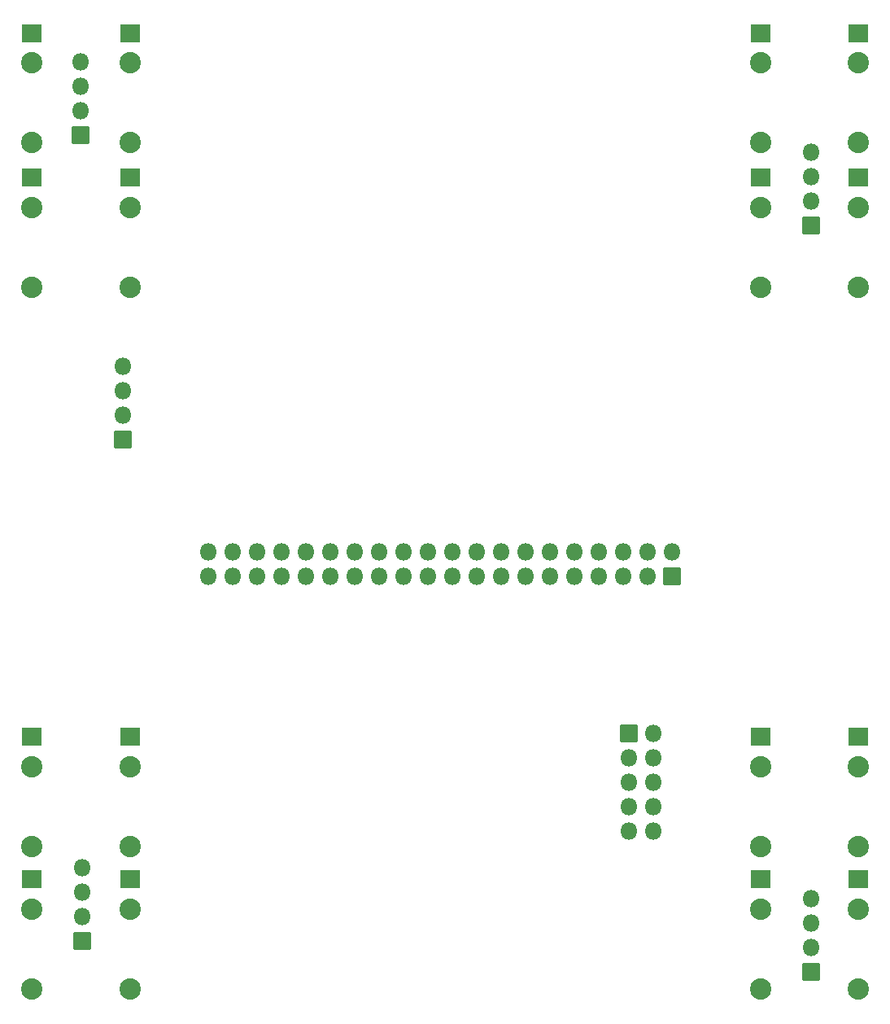
<source format=gbr>
%TF.GenerationSoftware,KiCad,Pcbnew,6.0.6+dfsg-1~bpo11+1*%
%TF.CreationDate,2023-11-30T19:30:28+01:00*%
%TF.ProjectId,touch,746f7563-682e-46b6-9963-61645f706362,rev?*%
%TF.SameCoordinates,Original*%
%TF.FileFunction,Soldermask,Top*%
%TF.FilePolarity,Negative*%
%FSLAX46Y46*%
G04 Gerber Fmt 4.6, Leading zero omitted, Abs format (unit mm)*
G04 Created by KiCad (PCBNEW 6.0.6+dfsg-1~bpo11+1) date 2023-11-30 19:30:28*
%MOMM*%
%LPD*%
G01*
G04 APERTURE LIST*
G04 Aperture macros list*
%AMRoundRect*
0 Rectangle with rounded corners*
0 $1 Rounding radius*
0 $2 $3 $4 $5 $6 $7 $8 $9 X,Y pos of 4 corners*
0 Add a 4 corners polygon primitive as box body*
4,1,4,$2,$3,$4,$5,$6,$7,$8,$9,$2,$3,0*
0 Add four circle primitives for the rounded corners*
1,1,$1+$1,$2,$3*
1,1,$1+$1,$4,$5*
1,1,$1+$1,$6,$7*
1,1,$1+$1,$8,$9*
0 Add four rect primitives between the rounded corners*
20,1,$1+$1,$2,$3,$4,$5,0*
20,1,$1+$1,$4,$5,$6,$7,0*
20,1,$1+$1,$6,$7,$8,$9,0*
20,1,$1+$1,$8,$9,$2,$3,0*%
G04 Aperture macros list end*
%ADD10RoundRect,0.051000X-0.850000X-0.850000X0.850000X-0.850000X0.850000X0.850000X-0.850000X0.850000X0*%
%ADD11O,1.802000X1.802000*%
%ADD12RoundRect,0.051000X0.850000X0.850000X-0.850000X0.850000X-0.850000X-0.850000X0.850000X-0.850000X0*%
%ADD13RoundRect,0.051000X0.965000X0.915000X-0.965000X0.915000X-0.965000X-0.915000X0.965000X-0.915000X0*%
%ADD14C,2.232000*%
%ADD15RoundRect,0.051000X0.850000X-0.850000X0.850000X0.850000X-0.850000X0.850000X-0.850000X-0.850000X0*%
G04 APERTURE END LIST*
D10*
%TO.C,J1*%
X121650000Y-121800000D03*
D11*
X124190000Y-121800000D03*
X121650000Y-124340000D03*
X124190000Y-124340000D03*
X121650000Y-126880000D03*
X124190000Y-126880000D03*
X121650000Y-129420000D03*
X124190000Y-129420000D03*
X121650000Y-131960000D03*
X124190000Y-131960000D03*
%TD*%
D12*
%TO.C,J2*%
X69000000Y-91300000D03*
D11*
X69000000Y-88760000D03*
X69000000Y-86220000D03*
X69000000Y-83680000D03*
%TD*%
D13*
%TO.C,M1*%
X135300000Y-137000000D03*
D14*
X135300000Y-140100000D03*
X135300000Y-148400000D03*
%TD*%
D13*
%TO.C,M2*%
X145500000Y-137000000D03*
D14*
X145500000Y-140100000D03*
X145500000Y-148400000D03*
%TD*%
D13*
%TO.C,M3*%
X145500000Y-122200000D03*
D14*
X145500000Y-125300000D03*
X145500000Y-133600000D03*
%TD*%
D13*
%TO.C,M4*%
X135300000Y-122200000D03*
D14*
X135300000Y-125300000D03*
X135300000Y-133600000D03*
%TD*%
D13*
%TO.C,M5*%
X69700000Y-137000000D03*
D14*
X69700000Y-140100000D03*
X69700000Y-148400000D03*
%TD*%
D13*
%TO.C,M6*%
X59500000Y-137000000D03*
D14*
X59500000Y-140100000D03*
X59500000Y-148400000D03*
%TD*%
D13*
%TO.C,M7*%
X59500000Y-122200000D03*
D14*
X59500000Y-125300000D03*
X59500000Y-133600000D03*
%TD*%
D13*
%TO.C,M8*%
X69700000Y-122200000D03*
D14*
X69700000Y-125300000D03*
X69700000Y-133600000D03*
%TD*%
D13*
%TO.C,M9*%
X69700000Y-49000000D03*
D14*
X69700000Y-52100000D03*
X69700000Y-60400000D03*
%TD*%
D13*
%TO.C,M10*%
X59500000Y-49000000D03*
D14*
X59500000Y-52100000D03*
X59500000Y-60400000D03*
%TD*%
D13*
%TO.C,M11*%
X59500000Y-64000000D03*
D14*
X59500000Y-67100000D03*
X59500000Y-75400000D03*
%TD*%
D13*
%TO.C,M12*%
X69700000Y-64000000D03*
D14*
X69700000Y-67100000D03*
X69700000Y-75400000D03*
%TD*%
D13*
%TO.C,M13*%
X135300000Y-49000000D03*
D14*
X135300000Y-52100000D03*
X135300000Y-60400000D03*
%TD*%
D13*
%TO.C,M14*%
X145500000Y-49000000D03*
D14*
X145500000Y-52100000D03*
X145500000Y-60400000D03*
%TD*%
D13*
%TO.C,M15*%
X145500000Y-64000000D03*
D14*
X145500000Y-67100000D03*
X145500000Y-75400000D03*
%TD*%
D13*
%TO.C,M16*%
X135300000Y-64000000D03*
D14*
X135300000Y-67100000D03*
X135300000Y-75400000D03*
%TD*%
D15*
%TO.C,J3*%
X126100000Y-105500000D03*
D11*
X126100000Y-102960000D03*
X123560000Y-105500000D03*
X123560000Y-102960000D03*
X121020000Y-105500000D03*
X121020000Y-102960000D03*
X118480000Y-105500000D03*
X118480000Y-102960000D03*
X115940000Y-105500000D03*
X115940000Y-102960000D03*
X113400000Y-105500000D03*
X113400000Y-102960000D03*
X110860000Y-105500000D03*
X110860000Y-102960000D03*
X108320000Y-105500000D03*
X108320000Y-102960000D03*
X105780000Y-105500000D03*
X105780000Y-102960000D03*
X103240000Y-105500000D03*
X103240000Y-102960000D03*
X100700000Y-105500000D03*
X100700000Y-102960000D03*
X98160000Y-105500000D03*
X98160000Y-102960000D03*
X95620000Y-105500000D03*
X95620000Y-102960000D03*
X93080000Y-105500000D03*
X93080000Y-102960000D03*
X90540000Y-105500000D03*
X90540000Y-102960000D03*
X88000000Y-105500000D03*
X88000000Y-102960000D03*
X85460000Y-105500000D03*
X85460000Y-102960000D03*
X82920000Y-105500000D03*
X82920000Y-102960000D03*
X80380000Y-105500000D03*
X80380000Y-102960000D03*
X77840000Y-105500000D03*
X77840000Y-102960000D03*
%TD*%
D10*
%TO.C,J4*%
X140550000Y-146670000D03*
D11*
X140550000Y-144130000D03*
X140550000Y-141590000D03*
X140550000Y-139050000D03*
%TD*%
D10*
%TO.C,J5*%
X64570000Y-59570000D03*
D11*
X64570000Y-57030000D03*
X64570000Y-54490000D03*
X64570000Y-51950000D03*
%TD*%
D10*
%TO.C,J6*%
X64730000Y-143410000D03*
D11*
X64730000Y-140870000D03*
X64730000Y-138330000D03*
X64730000Y-135790000D03*
%TD*%
D10*
%TO.C,J7*%
X140570000Y-68980000D03*
D11*
X140570000Y-66440000D03*
X140570000Y-63900000D03*
X140570000Y-61360000D03*
%TD*%
M02*

</source>
